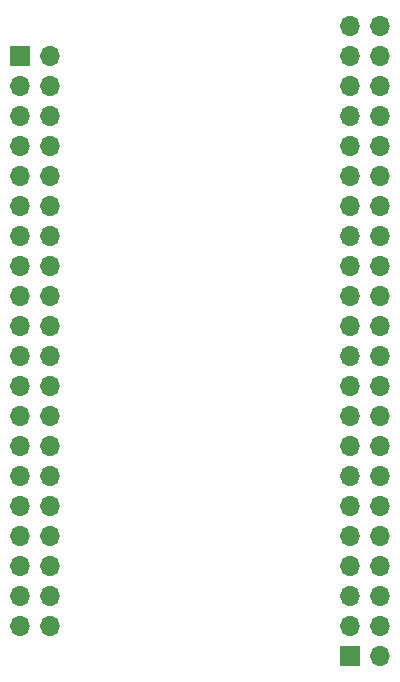
<source format=gbs>
%TF.GenerationSoftware,KiCad,Pcbnew,(6.0.5)*%
%TF.CreationDate,2024-01-21T10:02:02+01:00*%
%TF.ProjectId,Alchemy_to_Landungsbruecke,416c6368-656d-4795-9f74-6f5f4c616e64,rev?*%
%TF.SameCoordinates,Original*%
%TF.FileFunction,Soldermask,Bot*%
%TF.FilePolarity,Negative*%
%FSLAX46Y46*%
G04 Gerber Fmt 4.6, Leading zero omitted, Abs format (unit mm)*
G04 Created by KiCad (PCBNEW (6.0.5)) date 2024-01-21 10:02:02*
%MOMM*%
%LPD*%
G01*
G04 APERTURE LIST*
%ADD10R,1.700000X1.700000*%
%ADD11O,1.700000X1.700000*%
G04 APERTURE END LIST*
D10*
%TO.C,J2*%
X163725000Y-126175000D03*
D11*
X166265000Y-126175000D03*
X163725000Y-123635000D03*
X166265000Y-123635000D03*
X163725000Y-121095000D03*
X166265000Y-121095000D03*
X163725000Y-118555000D03*
X166265000Y-118555000D03*
X163725000Y-116015000D03*
X166265000Y-116015000D03*
X163725000Y-113475000D03*
X166265000Y-113475000D03*
X163725000Y-110935000D03*
X166265000Y-110935000D03*
X163725000Y-108395000D03*
X166265000Y-108395000D03*
X163725000Y-105855000D03*
X166265000Y-105855000D03*
X163725000Y-103315000D03*
X166265000Y-103315000D03*
X163725000Y-100775000D03*
X166265000Y-100775000D03*
X163725000Y-98235000D03*
X166265000Y-98235000D03*
X163725000Y-95695000D03*
X166265000Y-95695000D03*
X163725000Y-93155000D03*
X166265000Y-93155000D03*
X163725000Y-90615000D03*
X166265000Y-90615000D03*
X163725000Y-88075000D03*
X166265000Y-88075000D03*
X163725000Y-85535000D03*
X166265000Y-85535000D03*
X163725000Y-82995000D03*
X166265000Y-82995000D03*
X163725000Y-80455000D03*
X166265000Y-80455000D03*
X163725000Y-77915000D03*
X166265000Y-77915000D03*
X163725000Y-75375000D03*
X166265000Y-75375000D03*
X163725000Y-72835000D03*
X166265000Y-72835000D03*
%TD*%
D10*
%TO.C,J1*%
X135730000Y-75370000D03*
D11*
X138270000Y-75370000D03*
X135730000Y-77910000D03*
X138270000Y-77910000D03*
X135730000Y-80450000D03*
X138270000Y-80450000D03*
X135730000Y-82990000D03*
X138270000Y-82990000D03*
X135730000Y-85530000D03*
X138270000Y-85530000D03*
X135730000Y-88070000D03*
X138270000Y-88070000D03*
X135730000Y-90610000D03*
X138270000Y-90610000D03*
X135730000Y-93150000D03*
X138270000Y-93150000D03*
X135730000Y-95690000D03*
X138270000Y-95690000D03*
X135730000Y-98230000D03*
X138270000Y-98230000D03*
X135730000Y-100770000D03*
X138270000Y-100770000D03*
X135730000Y-103310000D03*
X138270000Y-103310000D03*
X135730000Y-105850000D03*
X138270000Y-105850000D03*
X135730000Y-108390000D03*
X138270000Y-108390000D03*
X135730000Y-110930000D03*
X138270000Y-110930000D03*
X135730000Y-113470000D03*
X138270000Y-113470000D03*
X135730000Y-116010000D03*
X138270000Y-116010000D03*
X135730000Y-118550000D03*
X138270000Y-118550000D03*
X135730000Y-121090000D03*
X138270000Y-121090000D03*
X135730000Y-123630000D03*
X138270000Y-123630000D03*
%TD*%
M02*

</source>
